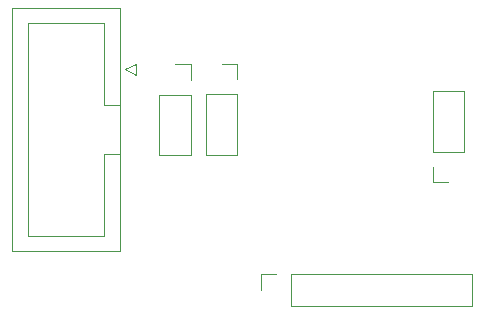
<source format=gbr>
%TF.GenerationSoftware,KiCad,Pcbnew,8.0.2*%
%TF.CreationDate,2025-07-17T16:33:10+07:00*%
%TF.ProjectId,PicoLink,5069636f-4c69-46e6-9b2e-6b696361645f,rev?*%
%TF.SameCoordinates,Original*%
%TF.FileFunction,Legend,Bot*%
%TF.FilePolarity,Positive*%
%FSLAX46Y46*%
G04 Gerber Fmt 4.6, Leading zero omitted, Abs format (unit mm)*
G04 Created by KiCad (PCBNEW 8.0.2) date 2025-07-17 16:33:10*
%MOMM*%
%LPD*%
G01*
G04 APERTURE LIST*
%ADD10C,0.120000*%
G04 APERTURE END LIST*
D10*
%TO.C,J8*%
X147100000Y-106270000D02*
X148430000Y-106270000D01*
X147100000Y-107600000D02*
X147100000Y-106270000D01*
X149700000Y-108930000D02*
X149700000Y-106270000D01*
X165000000Y-106270000D02*
X149700000Y-106270000D01*
X165000000Y-108930000D02*
X149700000Y-108930000D01*
X165000000Y-108930000D02*
X165000000Y-106270000D01*
%TO.C,J4*%
X138520000Y-91045000D02*
X141180000Y-91045000D01*
X138520000Y-96185000D02*
X138520000Y-91045000D01*
X138520000Y-96185000D02*
X141180000Y-96185000D01*
X139850000Y-88445000D02*
X141180000Y-88445000D01*
X141180000Y-88445000D02*
X141180000Y-89775000D01*
X141180000Y-96185000D02*
X141180000Y-91045000D01*
%TO.C,J3*%
X126070000Y-83710000D02*
X135190000Y-83710000D01*
X126070000Y-104290000D02*
X126070000Y-83710000D01*
X127380000Y-85010000D02*
X133880000Y-85010000D01*
X127380000Y-102990000D02*
X127380000Y-85010000D01*
X133880000Y-85010000D02*
X133880000Y-91950000D01*
X133880000Y-91950000D02*
X135190000Y-91950000D01*
X133880000Y-96050000D02*
X133880000Y-96050000D01*
X133880000Y-96050000D02*
X133880000Y-102990000D01*
X133880000Y-102990000D02*
X127380000Y-102990000D01*
X135190000Y-83710000D02*
X135190000Y-104290000D01*
X135190000Y-96050000D02*
X133880000Y-96050000D01*
X135190000Y-104290000D02*
X126070000Y-104290000D01*
X135580000Y-88920000D02*
X136580000Y-89420000D01*
X136580000Y-88420000D02*
X135580000Y-88920000D01*
X136580000Y-89420000D02*
X136580000Y-88420000D01*
%TO.C,J7*%
X142470000Y-91030000D02*
X145130000Y-91030000D01*
X142470000Y-96170000D02*
X142470000Y-91030000D01*
X142470000Y-96170000D02*
X145130000Y-96170000D01*
X143800000Y-88430000D02*
X145130000Y-88430000D01*
X145130000Y-88430000D02*
X145130000Y-89760000D01*
X145130000Y-96170000D02*
X145130000Y-91030000D01*
%TO.C,J9*%
X161670001Y-90730003D02*
X161670002Y-95870005D01*
X161670001Y-98470003D02*
X161669999Y-97140002D01*
X163000000Y-98470005D02*
X161670001Y-98470003D01*
X164330001Y-90730003D02*
X161670001Y-90730003D01*
X164330001Y-90730003D02*
X164330001Y-95870003D01*
X164330001Y-95870003D02*
X161670002Y-95870005D01*
%TD*%
M02*

</source>
